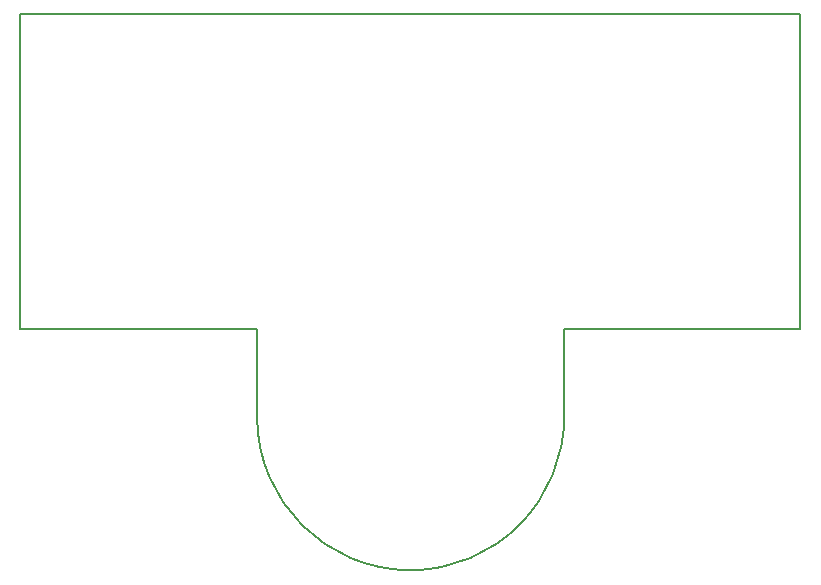
<source format=gbr>
G04 (created by PCBNEW (2012-nov-02)-testing) date Thu 24 Jan 2013 14:42:47 EST*
%MOIN*%
G04 Gerber Fmt 3.4, Leading zero omitted, Abs format*
%FSLAX34Y34*%
G01*
G70*
G90*
G04 APERTURE LIST*
%ADD10C,0.006*%
%ADD11C,0.00590551*%
G04 APERTURE END LIST*
G54D10*
G54D11*
X90167Y-51299D02*
X98041Y-51299D01*
X90171Y-54187D02*
X90171Y-51312D01*
X85088Y-59344D02*
G75*
G03X90171Y-54190I-35J5118D01*
G74*
G01*
X79935Y-54226D02*
G75*
G03X85053Y-59344I5118J0D01*
G74*
G01*
X79935Y-51312D02*
X79935Y-54344D01*
X79541Y-51312D02*
X79935Y-51312D01*
X98047Y-40818D02*
X98047Y-51318D01*
X72047Y-40818D02*
X98047Y-40818D01*
X72047Y-51318D02*
X72047Y-40818D01*
X72047Y-51318D02*
X79547Y-51318D01*
M02*

</source>
